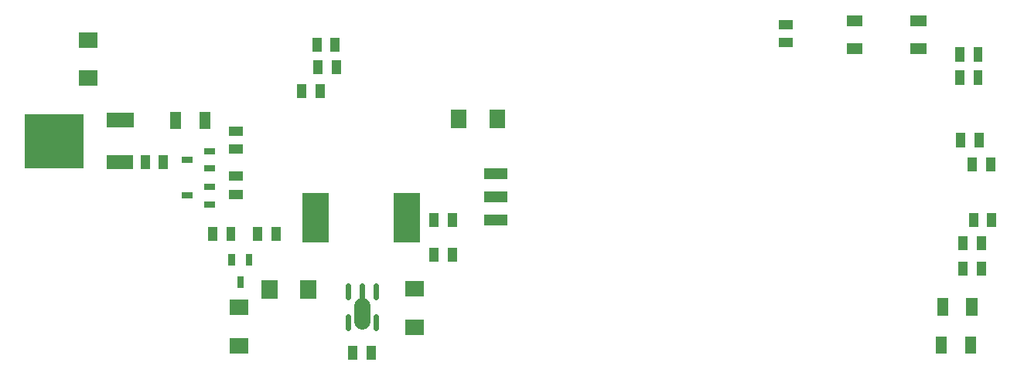
<source format=gtp>
G04 Layer: TopPasteMaskLayer*
G04 EasyEDA v6.4.14, 2021-01-13T22:08:33+05:30*
G04 86367838682644779aaaf904656d52d0,3bf0aa112e6740ff84f30f28e6d2add8,10*
G04 Gerber Generator version 0.2*
G04 Scale: 100 percent, Rotated: No, Reflected: No *
G04 Dimensions in millimeters *
G04 leading zeros omitted , absolute positions ,4 integer and 5 decimal *
%FSLAX45Y45*%
%MOMM*%

%ADD13C,0.5800*%
%ADD14C,1.8000*%
%ADD19R,1.0000X1.5500*%
%ADD20R,1.2500X0.7000*%
%ADD21R,1.2000X1.9000*%
%ADD22R,3.0000X5.5000*%
%ADD23R,2.5400X1.2700*%
%ADD24R,1.5500X1.0000*%
%ADD26R,2.0000X1.8000*%
%ADD27R,1.8000X2.0000*%
%ADD28R,6.5000X6.0000*%
%ADD29R,3.0000X1.6000*%

%LPD*%
D13*
X4125112Y1018425D02*
G01*
X4125112Y896426D01*
X3975100Y1018428D02*
G01*
X3975100Y836429D01*
X3825087Y1018425D02*
G01*
X3825087Y896426D01*
D14*
X3975100Y797392D02*
G01*
X3975100Y627392D01*
D13*
X3825087Y678421D02*
G01*
X3825087Y556422D01*
X4125112Y678421D02*
G01*
X4125112Y556422D01*
G36*
X2606598Y1118631D02*
G01*
X2676601Y1118631D01*
X2676601Y993632D01*
X2606598Y993632D01*
G37*
G36*
X2488399Y1665000D02*
G01*
X2588399Y1665000D01*
X2588399Y1509999D01*
X2488399Y1509999D01*
G37*
G36*
X2288400Y1665000D02*
G01*
X2388400Y1665000D01*
X2388400Y1509999D01*
X2288400Y1509999D01*
G37*
D19*
G01*
X3316224Y3149600D03*
G01*
X3516223Y3149600D03*
D20*
G01*
X2059431Y2400300D03*
G01*
X2309368Y2495295D03*
G01*
X2309368Y2305304D03*
G36*
X10577515Y463301D02*
G01*
X10697514Y463301D01*
X10697514Y273298D01*
X10577515Y273298D01*
G37*
G36*
X10257500Y463301D02*
G01*
X10377500Y463301D01*
X10377500Y273298D01*
X10257500Y273298D01*
G37*
G36*
X10590215Y882401D02*
G01*
X10710214Y882401D01*
X10710214Y692398D01*
X10590215Y692398D01*
G37*
G36*
X10270200Y882401D02*
G01*
X10390200Y882401D01*
X10390200Y692398D01*
X10270200Y692398D01*
G37*
D22*
G01*
X4462399Y1765300D03*
G01*
X3462400Y1765300D03*
D23*
G01*
X5435600Y1739900D03*
G01*
X5435600Y1993900D03*
G01*
X5435600Y2247900D03*
D24*
G01*
X2590800Y2020900D03*
G01*
X2590800Y2220899D03*
D19*
G01*
X4764100Y1358900D03*
G01*
X4964099Y1358900D03*
D24*
G01*
X2590800Y2716199D03*
G01*
X2590800Y2516200D03*
D19*
G01*
X4764100Y1739900D03*
G01*
X4964099Y1739900D03*
G01*
X3875100Y279400D03*
G01*
X4075099Y279400D03*
G01*
X1601800Y2374900D03*
G01*
X1801799Y2374900D03*
G01*
X10555300Y1206500D03*
G01*
X10755299Y1206500D03*
G01*
X10555300Y1485900D03*
G01*
X10755299Y1485900D03*
G01*
X10669600Y1739900D03*
G01*
X10869599Y1739900D03*
G01*
X2833700Y1587500D03*
G01*
X3033699Y1587500D03*
G36*
X10679899Y2693700D02*
G01*
X10779899Y2693700D01*
X10779899Y2538699D01*
X10679899Y2538699D01*
G37*
G36*
X10479900Y2693700D02*
G01*
X10579900Y2693700D01*
X10579900Y2538699D01*
X10479900Y2538699D01*
G37*
G36*
X10806899Y2427000D02*
G01*
X10906899Y2427000D01*
X10906899Y2271999D01*
X10806899Y2271999D01*
G37*
G36*
X10606900Y2427000D02*
G01*
X10706900Y2427000D01*
X10706900Y2271999D01*
X10606900Y2271999D01*
G37*
G01*
X3494100Y3416300D03*
G01*
X3694099Y3416300D03*
G36*
X10667199Y3379500D02*
G01*
X10767199Y3379500D01*
X10767199Y3224499D01*
X10667199Y3224499D01*
G37*
G36*
X10467200Y3379500D02*
G01*
X10567200Y3379500D01*
X10567200Y3224499D01*
X10467200Y3224499D01*
G37*
G36*
X10667199Y3633500D02*
G01*
X10767199Y3633500D01*
X10767199Y3478499D01*
X10667199Y3478499D01*
G37*
G36*
X10467200Y3633500D02*
G01*
X10567200Y3633500D01*
X10567200Y3478499D01*
X10467200Y3478499D01*
G37*
G36*
X9280512Y3981894D02*
G01*
X9450489Y3981894D01*
X9450489Y3861904D01*
X9280512Y3861904D01*
G37*
G36*
X9280512Y3681895D02*
G01*
X9450489Y3681895D01*
X9450489Y3561905D01*
X9280512Y3561905D01*
G37*
G36*
X9980510Y3981894D02*
G01*
X10150487Y3981894D01*
X10150487Y3861904D01*
X9980510Y3861904D01*
G37*
G36*
X9980510Y3681895D02*
G01*
X10150487Y3681895D01*
X10150487Y3561905D01*
X9980510Y3561905D01*
G37*
D24*
G01*
X8610600Y3884599D03*
G01*
X8610600Y3684600D03*
D19*
G01*
X3681399Y3657600D03*
G01*
X3481400Y3657600D03*
D20*
G01*
X2059431Y2006600D03*
G01*
X2309368Y2101595D03*
G01*
X2309368Y1911604D03*
G36*
X2511602Y1368567D02*
G01*
X2581605Y1368567D01*
X2581605Y1243568D01*
X2511602Y1243568D01*
G37*
G36*
X2701594Y1368567D02*
G01*
X2771597Y1368567D01*
X2771597Y1243568D01*
X2701594Y1243568D01*
G37*
D26*
G01*
X977900Y3715207D03*
G01*
X977900Y3295192D03*
D27*
G01*
X5455107Y2844800D03*
G01*
X5035092Y2844800D03*
D26*
G01*
X4546600Y984707D03*
G01*
X4546600Y564692D03*
G36*
X2874992Y1077899D02*
G01*
X3054992Y1077899D01*
X3054992Y877900D01*
X2874992Y877900D01*
G37*
G36*
X3295007Y1077899D02*
G01*
X3475007Y1077899D01*
X3475007Y877900D01*
X3295007Y877900D01*
G37*
G01*
X2628900Y781507D03*
G01*
X2628900Y361492D03*
D21*
G01*
X1935505Y2832100D03*
G01*
X2255494Y2832100D03*
D28*
G01*
X603504Y2603550D03*
D29*
G01*
X1326895Y2373553D03*
G36*
X1176146Y2753423D02*
G01*
X1176146Y2913443D01*
X1476375Y2913443D01*
X1476375Y2753423D01*
G37*
M02*

</source>
